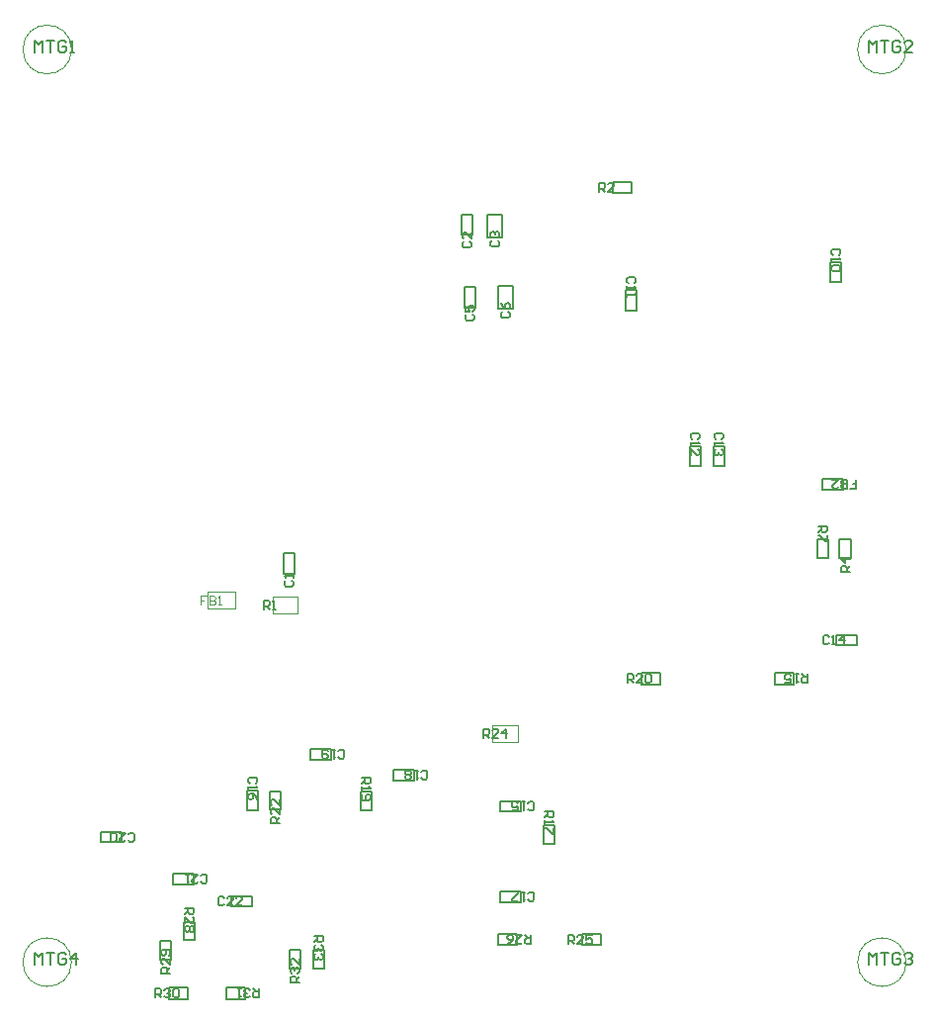
<source format=gbr>
%TF.GenerationSoftware,Altium Limited,Altium Designer,20.0.11 (256)*%
G04 Layer_Color=32768*
%FSLAX26Y26*%
%MOIN*%
%TF.FileFunction,Other,Mechanical_7*%
%TF.Part,Single*%
G01*
G75*
%TA.AperFunction,NonConductor*%
%ADD90C,0.008000*%
%ADD108C,0.005000*%
%ADD115C,0.004000*%
D90*
X151000Y196000D02*
Y235987D01*
X164329Y222658D01*
X177658Y235987D01*
Y196000D01*
X190987Y235987D02*
X217645D01*
X204316D01*
Y196000D01*
X257632Y229323D02*
X250968Y235987D01*
X237639D01*
X230974Y229323D01*
Y202665D01*
X237639Y196000D01*
X250968D01*
X257632Y202665D01*
Y215994D01*
X244303D01*
X290955Y196000D02*
Y235987D01*
X270961Y215994D01*
X297619D01*
X151000Y3271000D02*
Y3310987D01*
X164329Y3297658D01*
X177658Y3310987D01*
Y3271000D01*
X190987Y3310987D02*
X217645D01*
X204316D01*
Y3271000D01*
X257632Y3304323D02*
X250968Y3310987D01*
X237639D01*
X230974Y3304323D01*
Y3277664D01*
X237639Y3271000D01*
X250968D01*
X257632Y3277664D01*
Y3290994D01*
X244303D01*
X270961Y3271000D02*
X284290D01*
X277626D01*
Y3310987D01*
X270961Y3304323D01*
X2966000Y3271000D02*
Y3310987D01*
X2979329Y3297658D01*
X2992658Y3310987D01*
Y3271000D01*
X3005987Y3310987D02*
X3032645D01*
X3019316D01*
Y3271000D01*
X3072632Y3304323D02*
X3065968Y3310987D01*
X3052639D01*
X3045974Y3304323D01*
Y3277664D01*
X3052639Y3271000D01*
X3065968D01*
X3072632Y3277664D01*
Y3290994D01*
X3059303D01*
X3112619Y3271000D02*
X3085961D01*
X3112619Y3297658D01*
Y3304323D01*
X3105955Y3310987D01*
X3092626D01*
X3085961Y3304323D01*
X2966000Y196000D02*
Y235987D01*
X2979329Y222658D01*
X2992658Y235987D01*
Y196000D01*
X3005987Y235987D02*
X3032645D01*
X3019316D01*
Y196000D01*
X3072632Y229323D02*
X3065968Y235987D01*
X3052639D01*
X3045974Y229323D01*
Y202665D01*
X3052639Y196000D01*
X3065968D01*
X3072632Y202665D01*
Y215994D01*
X3059303D01*
X3085961Y229323D02*
X3092626Y235987D01*
X3105955D01*
X3112619Y229323D01*
Y222658D01*
X3105955Y215994D01*
X3099290D01*
X3105955D01*
X3112619Y209329D01*
Y202665D01*
X3105955Y196000D01*
X3092626D01*
X3085961Y202665D01*
D108*
X1714213Y2405630D02*
Y2484370D01*
X1765787D01*
Y2405630D02*
Y2484370D01*
X1714213Y2405630D02*
X1765787D01*
X1091299Y183500D02*
X1128701D01*
X1091299D02*
Y246500D01*
X1128701D01*
Y183500D02*
Y246500D01*
X375500Y608500D02*
X444500D01*
X375500D02*
Y644500D01*
X444500D01*
Y608500D02*
Y644500D01*
X2810500Y1796000D02*
X2879500D01*
X2810500D02*
Y1834000D01*
X2879500D01*
Y1796000D02*
Y1834000D01*
X992000Y1514516D02*
Y1583516D01*
Y1514516D02*
X1028000D01*
Y1583516D01*
X992000D02*
X1028000D01*
X1592000Y2655500D02*
Y2724500D01*
Y2655500D02*
X1628000D01*
Y2724500D01*
X1592000D02*
X1628000D01*
X1723965Y712000D02*
X1792965D01*
X1723965D02*
Y748000D01*
X1792965D01*
Y712000D02*
Y748000D01*
X1723965Y407000D02*
X1792965D01*
X1723965D02*
Y443000D01*
X1792965D01*
Y407000D02*
Y443000D01*
X870465Y715500D02*
Y784500D01*
X906465D01*
X870465Y715500D02*
X906465D01*
Y784500D01*
X1363965Y817000D02*
X1432965D01*
X1363965D02*
Y853000D01*
X1432965D01*
Y817000D02*
Y853000D01*
X1083965Y887000D02*
X1152965D01*
X1083965D02*
Y923000D01*
X1152965D01*
Y887000D02*
Y923000D01*
X1869764Y603500D02*
X1907165D01*
X1869764D02*
Y666500D01*
X1907165D01*
Y603500D02*
Y666500D01*
X944764Y718500D02*
Y781500D01*
X982165D01*
X944764Y718500D02*
X982165D01*
Y781500D01*
X2362000Y1875500D02*
Y1944500D01*
X2398000D01*
X2362000Y1875500D02*
X2398000D01*
Y1944500D01*
X2442000Y1875500D02*
Y1944500D01*
X2478000D01*
X2442000Y1875500D02*
X2478000D01*
Y1944500D01*
X1679213Y2645630D02*
Y2724370D01*
X1730787D01*
Y2645630D02*
Y2724370D01*
X1679213Y2645630D02*
X1730787D01*
X2867157Y1565350D02*
Y1628350D01*
X2904559D01*
X2867157Y1565350D02*
X2904559D01*
Y1628350D01*
X2791799Y1565350D02*
X2829201D01*
X2791799D02*
Y1628350D01*
X2829201D01*
Y1565350D02*
Y1628350D01*
X2855500Y1272000D02*
Y1308000D01*
Y1272000D02*
X2924500D01*
X2855500Y1308000D02*
X2924500D01*
Y1272000D02*
Y1308000D01*
X1602000Y2410500D02*
Y2479500D01*
Y2410500D02*
X1638000D01*
Y2479500D01*
X1602000D02*
X1638000D01*
X1998500Y262598D02*
Y300000D01*
Y262598D02*
X2061500D01*
X1998500Y300000D02*
X2061500D01*
Y262598D02*
Y300000D01*
X2648500Y1141299D02*
Y1178701D01*
Y1141299D02*
X2711500D01*
X2648500Y1178701D02*
X2711500D01*
Y1141299D02*
Y1178701D01*
X2147000Y2400500D02*
Y2469500D01*
X2183000D01*
X2147000Y2400500D02*
X2183000D01*
Y2469500D01*
X1251575Y715508D02*
X1288976D01*
X1251575D02*
Y778508D01*
X1288976D01*
Y715508D02*
Y778508D01*
X2198500Y1141299D02*
Y1178701D01*
Y1141299D02*
X2261500D01*
X2198500Y1178701D02*
X2261500D01*
Y1141299D02*
Y1178701D01*
X1716965Y262598D02*
Y300000D01*
Y262598D02*
X1779965D01*
X1716965Y300000D02*
X1779965D01*
Y262598D02*
Y300000D01*
X620500Y467000D02*
X689500D01*
X620500D02*
Y503000D01*
X689500D01*
Y467000D02*
Y503000D01*
X815500Y392000D02*
Y428000D01*
Y392000D02*
X884500D01*
X815500Y428000D02*
X884500D01*
Y392000D02*
Y428000D01*
X2837000Y2495500D02*
Y2564500D01*
X2873000D01*
X2837000Y2495500D02*
X2873000D01*
Y2564500D01*
X2103282Y2796299D02*
Y2833701D01*
Y2796299D02*
X2166282D01*
X2103282Y2833701D02*
X2166282D01*
Y2796299D02*
Y2833701D01*
X656299Y278500D02*
X693701D01*
X656299D02*
Y341500D01*
X693701D01*
Y278500D02*
Y341500D01*
X576299Y213500D02*
Y276500D01*
X613701D01*
X576299Y213500D02*
X613701D01*
Y276500D01*
X606965Y81299D02*
Y118701D01*
Y81299D02*
X669965D01*
X606965Y118701D02*
X669965D01*
Y81299D02*
Y118701D01*
X798815Y81299D02*
Y118701D01*
Y81299D02*
X861815D01*
X798815Y118701D02*
X861815D01*
Y81299D02*
Y118701D01*
X1011299Y183500D02*
Y246500D01*
X1048701D01*
X1011299Y183500D02*
X1048701D01*
Y246500D01*
X1666465Y960000D02*
Y989990D01*
X1681460D01*
X1686458Y984992D01*
Y974995D01*
X1681460Y969997D01*
X1666465D01*
X1676461D02*
X1686458Y960000D01*
X1716448D02*
X1696455D01*
X1716448Y979994D01*
Y984992D01*
X1711450Y989990D01*
X1701453D01*
X1696455Y984992D01*
X1741440Y960000D02*
Y989990D01*
X1726445Y974995D01*
X1746439D01*
X1730008Y2395994D02*
X1725010Y2390995D01*
Y2380998D01*
X1730008Y2376000D01*
X1750002D01*
X1755000Y2380998D01*
Y2390995D01*
X1750002Y2395994D01*
X1725010Y2425984D02*
X1730008Y2415987D01*
X1740005Y2405990D01*
X1750002D01*
X1755000Y2410989D01*
Y2420985D01*
X1750002Y2425984D01*
X1745003D01*
X1740005Y2420985D01*
Y2405990D01*
X1095000Y293000D02*
X1124990D01*
Y278005D01*
X1119992Y273007D01*
X1109995D01*
X1104997Y278005D01*
Y293000D01*
Y283003D02*
X1095000Y273007D01*
X1119992Y263010D02*
X1124990Y258011D01*
Y248014D01*
X1119992Y243016D01*
X1114994D01*
X1109995Y248014D01*
Y253013D01*
Y248014D01*
X1104997Y243016D01*
X1099998D01*
X1095000Y248014D01*
Y258011D01*
X1099998Y263010D01*
X1119992Y233019D02*
X1124990Y228021D01*
Y218024D01*
X1119992Y213026D01*
X1114994D01*
X1109995Y218024D01*
Y223023D01*
Y218024D01*
X1104997Y213026D01*
X1099998D01*
X1095000Y218024D01*
Y228021D01*
X1099998Y233019D01*
X468007Y616508D02*
X473005Y611510D01*
X483002D01*
X488000Y616508D01*
Y636502D01*
X483002Y641500D01*
X473005D01*
X468007Y636502D01*
X438016Y641500D02*
X458010D01*
X438016Y621506D01*
Y616508D01*
X443014Y611510D01*
X453011D01*
X458010Y616508D01*
X428019D02*
X423021Y611510D01*
X413024D01*
X408026Y616508D01*
Y636502D01*
X413024Y641500D01*
X423021D01*
X428019Y636502D01*
Y616508D01*
X2903006Y1800010D02*
X2923000D01*
Y1815005D01*
X2913003D01*
X2923000D01*
Y1830000D01*
X2893010Y1800010D02*
Y1830000D01*
X2878015D01*
X2873016Y1825002D01*
Y1820003D01*
X2878015Y1815005D01*
X2893010D01*
X2878015D01*
X2873016Y1810006D01*
Y1805008D01*
X2878015Y1800010D01*
X2893010D01*
X2843026Y1830000D02*
X2863019D01*
X2843026Y1810006D01*
Y1805008D01*
X2848024Y1800010D01*
X2858021D01*
X2863019Y1805008D01*
X1000008Y1491009D02*
X995010Y1486011D01*
Y1476014D01*
X1000008Y1471016D01*
X1020002D01*
X1025000Y1476014D01*
Y1486011D01*
X1020002Y1491009D01*
X1025000Y1501006D02*
Y1511003D01*
Y1506004D01*
X995010D01*
X1000008Y1501006D01*
X1600008Y2631994D02*
X1595010Y2626995D01*
Y2616998D01*
X1600008Y2612000D01*
X1620002D01*
X1625000Y2616998D01*
Y2626995D01*
X1620002Y2631994D01*
X1625000Y2661984D02*
Y2641990D01*
X1605006Y2661984D01*
X1600008D01*
X1595010Y2656985D01*
Y2646989D01*
X1600008Y2641990D01*
X1816471Y720008D02*
X1821469Y715010D01*
X1831466D01*
X1836465Y720008D01*
Y740002D01*
X1831466Y745000D01*
X1821469D01*
X1816471Y740002D01*
X1806474Y745000D02*
X1796477D01*
X1801476D01*
Y715010D01*
X1806474Y720008D01*
X1761489Y715010D02*
X1781482D01*
Y730005D01*
X1771486Y725006D01*
X1766487D01*
X1761489Y730005D01*
Y740002D01*
X1766487Y745000D01*
X1776484D01*
X1781482Y740002D01*
X1816471Y415008D02*
X1821469Y410010D01*
X1831466D01*
X1836465Y415008D01*
Y435002D01*
X1831466Y440000D01*
X1821469D01*
X1816471Y435002D01*
X1806474Y440000D02*
X1796477D01*
X1801476D01*
Y410010D01*
X1806474Y415008D01*
X1781482Y410010D02*
X1761489D01*
Y415008D01*
X1781482Y435002D01*
Y440000D01*
X898457Y808006D02*
X903455Y813005D01*
Y823002D01*
X898457Y828000D01*
X878463D01*
X873465Y823002D01*
Y813005D01*
X878463Y808006D01*
X873465Y798010D02*
Y788013D01*
Y793011D01*
X903455D01*
X898457Y798010D01*
X903455Y753024D02*
X898457Y763021D01*
X888460Y773018D01*
X878463D01*
X873465Y768019D01*
Y758023D01*
X878463Y753024D01*
X883461D01*
X888460Y758023D01*
Y773018D01*
X1456471Y825008D02*
X1461469Y820010D01*
X1471466D01*
X1476465Y825008D01*
Y845002D01*
X1471466Y850000D01*
X1461469D01*
X1456471Y845002D01*
X1446474Y850000D02*
X1436477D01*
X1441476D01*
Y820010D01*
X1446474Y825008D01*
X1421482D02*
X1416484Y820010D01*
X1406487D01*
X1401489Y825008D01*
Y830006D01*
X1406487Y835005D01*
X1401489Y840003D01*
Y845002D01*
X1406487Y850000D01*
X1416484D01*
X1421482Y845002D01*
Y840003D01*
X1416484Y835005D01*
X1421482Y830006D01*
Y825008D01*
X1416484Y835005D02*
X1406487D01*
X1176471Y895008D02*
X1181469Y890010D01*
X1191466D01*
X1196465Y895008D01*
Y915002D01*
X1191466Y920000D01*
X1181469D01*
X1176471Y915002D01*
X1166474Y920000D02*
X1156477D01*
X1161476D01*
Y890010D01*
X1166474Y895008D01*
X1141482Y915002D02*
X1136484Y920000D01*
X1126487D01*
X1121489Y915002D01*
Y895008D01*
X1126487Y890010D01*
X1136484D01*
X1141482Y895008D01*
Y900006D01*
X1136484Y905005D01*
X1121489D01*
X925402Y1393622D02*
Y1423612D01*
X940397D01*
X945395Y1418614D01*
Y1408617D01*
X940397Y1403619D01*
X925402D01*
X935398D02*
X945395Y1393622D01*
X955392D02*
X965389D01*
X960390D01*
Y1423612D01*
X955392Y1418614D01*
X1873465Y713000D02*
X1903455D01*
Y698005D01*
X1898457Y693006D01*
X1888460D01*
X1883461Y698005D01*
Y713000D01*
Y703003D02*
X1873465Y693006D01*
Y683010D02*
Y673013D01*
Y678011D01*
X1903455D01*
X1898457Y683010D01*
X1903455Y658018D02*
Y638024D01*
X1898457D01*
X1878463Y658018D01*
X1873465D01*
X978465Y672000D02*
X948474D01*
Y686995D01*
X953473Y691994D01*
X963469D01*
X968468Y686995D01*
Y672000D01*
Y681997D02*
X978465Y691994D01*
Y721984D02*
Y701990D01*
X958471Y721984D01*
X953473D01*
X948474Y716986D01*
Y706989D01*
X953473Y701990D01*
X978465Y751974D02*
Y731981D01*
X958471Y751974D01*
X953473D01*
X948474Y746976D01*
Y736979D01*
X953473Y731981D01*
X2389992Y1968006D02*
X2394990Y1973005D01*
Y1983002D01*
X2389992Y1988000D01*
X2369998D01*
X2365000Y1983002D01*
Y1973005D01*
X2369998Y1968006D01*
X2365000Y1958010D02*
Y1948013D01*
Y1953011D01*
X2394990D01*
X2389992Y1958010D01*
X2365000Y1913024D02*
Y1933018D01*
X2384994Y1913024D01*
X2389992D01*
X2394990Y1918023D01*
Y1928019D01*
X2389992Y1933018D01*
X2469992Y1968006D02*
X2474990Y1973005D01*
Y1983002D01*
X2469992Y1988000D01*
X2449998D01*
X2445000Y1983002D01*
Y1973005D01*
X2449998Y1968006D01*
X2445000Y1958010D02*
Y1948013D01*
Y1953011D01*
X2474990D01*
X2469992Y1958010D01*
Y1933018D02*
X2474990Y1928019D01*
Y1918023D01*
X2469992Y1913024D01*
X2464994D01*
X2459995Y1918023D01*
Y1923021D01*
Y1918023D01*
X2454997Y1913024D01*
X2449998D01*
X2445000Y1918023D01*
Y1928019D01*
X2449998Y1933018D01*
X1695008Y2635994D02*
X1690010Y2630995D01*
Y2620998D01*
X1695008Y2616000D01*
X1715002D01*
X1720000Y2620998D01*
Y2630995D01*
X1715002Y2635994D01*
X1695008Y2645990D02*
X1690010Y2650989D01*
Y2660985D01*
X1695008Y2665984D01*
X1700006D01*
X1705005Y2660985D01*
Y2655987D01*
Y2660985D01*
X1710003Y2665984D01*
X1715002D01*
X1720000Y2660985D01*
Y2650989D01*
X1715002Y2645990D01*
X2900858Y1518850D02*
X2870868D01*
Y1533845D01*
X2875866Y1538844D01*
X2885863D01*
X2890861Y1533845D01*
Y1518850D01*
Y1528847D02*
X2900858Y1538844D01*
Y1563836D02*
X2870868D01*
X2885863Y1548841D01*
Y1568834D01*
X2795500Y1674850D02*
X2825490D01*
Y1659855D01*
X2820492Y1654857D01*
X2810495D01*
X2805497Y1659855D01*
Y1674850D01*
Y1664853D02*
X2795500Y1654857D01*
X2825490Y1644860D02*
Y1624867D01*
X2820492D01*
X2800498Y1644860D01*
X2795500D01*
X2831994Y1299992D02*
X2826995Y1304990D01*
X2816998D01*
X2812000Y1299992D01*
Y1279998D01*
X2816998Y1275000D01*
X2826995D01*
X2831994Y1279998D01*
X2841990Y1275000D02*
X2851987D01*
X2846989D01*
Y1304990D01*
X2841990Y1299992D01*
X2881977Y1275000D02*
Y1304990D01*
X2866982Y1289995D01*
X2886976D01*
X1610008Y2386994D02*
X1605010Y2381995D01*
Y2371998D01*
X1610008Y2367000D01*
X1630002D01*
X1635000Y2371998D01*
Y2381995D01*
X1630002Y2386994D01*
X1605010Y2416984D02*
Y2396990D01*
X1620005D01*
X1615006Y2406987D01*
Y2411985D01*
X1620005Y2416984D01*
X1630002D01*
X1635000Y2411985D01*
Y2401989D01*
X1630002Y2396990D01*
X1952000Y266299D02*
Y296289D01*
X1966995D01*
X1971994Y291291D01*
Y281294D01*
X1966995Y276296D01*
X1952000D01*
X1961997D02*
X1971994Y266299D01*
X2001984D02*
X1981990D01*
X2001984Y286293D01*
Y291291D01*
X1996986Y296289D01*
X1986989D01*
X1981990Y291291D01*
X2031974Y296289D02*
X2011981D01*
Y281294D01*
X2021977Y286293D01*
X2026976D01*
X2031974Y281294D01*
Y271298D01*
X2026976Y266299D01*
X2016979D01*
X2011981Y271298D01*
X2758000Y1175000D02*
Y1145010D01*
X2743005D01*
X2738006Y1150008D01*
Y1160005D01*
X2743005Y1165003D01*
X2758000D01*
X2748003D02*
X2738006Y1175000D01*
X2728010D02*
X2718013D01*
X2723011D01*
Y1145010D01*
X2728010Y1150008D01*
X2683024Y1145010D02*
X2703018D01*
Y1160005D01*
X2693021Y1155006D01*
X2688023D01*
X2683024Y1160005D01*
Y1170002D01*
X2688023Y1175000D01*
X2698019D01*
X2703018Y1170002D01*
X2174992Y2493006D02*
X2179990Y2498005D01*
Y2508002D01*
X2174992Y2513000D01*
X2154998D01*
X2150000Y2508002D01*
Y2498005D01*
X2154998Y2493006D01*
X2150000Y2483010D02*
Y2473013D01*
Y2478011D01*
X2179990D01*
X2174992Y2483010D01*
X2150000Y2458018D02*
Y2448021D01*
Y2453019D01*
X2179990D01*
X2174992Y2458018D01*
X1255276Y825008D02*
X1285266D01*
Y810013D01*
X1280268Y805014D01*
X1270271D01*
X1265273Y810013D01*
Y825008D01*
Y815011D02*
X1255276Y805014D01*
Y795018D02*
Y785021D01*
Y790019D01*
X1285266D01*
X1280268Y795018D01*
X1260274Y770026D02*
X1255276Y765027D01*
Y755030D01*
X1260274Y750032D01*
X1280268D01*
X1285266Y755030D01*
Y765027D01*
X1280268Y770026D01*
X1275269D01*
X1270271Y765027D01*
Y750032D01*
X2152000Y1145000D02*
Y1174990D01*
X2166995D01*
X2171994Y1169992D01*
Y1159995D01*
X2166995Y1154997D01*
X2152000D01*
X2161997D02*
X2171994Y1145000D01*
X2201984D02*
X2181990D01*
X2201984Y1164994D01*
Y1169992D01*
X2196985Y1174990D01*
X2186989D01*
X2181990Y1169992D01*
X2211981D02*
X2216979Y1174990D01*
X2226976D01*
X2231974Y1169992D01*
Y1149998D01*
X2226976Y1145000D01*
X2216979D01*
X2211981Y1149998D01*
Y1169992D01*
X1826465Y296299D02*
Y266309D01*
X1811469D01*
X1806471Y271307D01*
Y281304D01*
X1811469Y286302D01*
X1826465D01*
X1816468D02*
X1806471Y296299D01*
X1776481D02*
X1796474D01*
X1776481Y276306D01*
Y271307D01*
X1781479Y266309D01*
X1791476D01*
X1796474Y271307D01*
X1746491Y266309D02*
X1756487Y271307D01*
X1766484Y281304D01*
Y291301D01*
X1761486Y296299D01*
X1751489D01*
X1746491Y291301D01*
Y286302D01*
X1751489Y281304D01*
X1766484D01*
X713006Y475008D02*
X718005Y470010D01*
X728002D01*
X733000Y475008D01*
Y495002D01*
X728002Y500000D01*
X718005D01*
X713006Y495002D01*
X683016Y500000D02*
X703010D01*
X683016Y480007D01*
Y475008D01*
X688014Y470010D01*
X698011D01*
X703010Y475008D01*
X673019Y500000D02*
X663023D01*
X668021D01*
Y470010D01*
X673019Y475008D01*
X791994Y419992D02*
X786995Y424990D01*
X776998D01*
X772000Y419992D01*
Y399998D01*
X776998Y395000D01*
X786995D01*
X791994Y399998D01*
X821984Y395000D02*
X801990D01*
X821984Y414993D01*
Y419992D01*
X816986Y424990D01*
X806989D01*
X801990Y419992D01*
X851974Y395000D02*
X831981D01*
X851974Y414993D01*
Y419992D01*
X846976Y424990D01*
X836979D01*
X831981Y419992D01*
X2864992Y2588006D02*
X2869990Y2593005D01*
Y2603002D01*
X2864992Y2608000D01*
X2844998D01*
X2840000Y2603002D01*
Y2593005D01*
X2844998Y2588006D01*
X2840000Y2578010D02*
Y2568013D01*
Y2573011D01*
X2869990D01*
X2864992Y2578010D01*
Y2553018D02*
X2869990Y2548019D01*
Y2538023D01*
X2864992Y2533024D01*
X2844998D01*
X2840000Y2538023D01*
Y2548019D01*
X2844998Y2553018D01*
X2864992D01*
X2056782Y2800000D02*
Y2829990D01*
X2071777D01*
X2076775Y2824992D01*
Y2814995D01*
X2071777Y2809997D01*
X2056782D01*
X2066778D02*
X2076775Y2800000D01*
X2106765D02*
X2086772D01*
X2106765Y2819994D01*
Y2824992D01*
X2101767Y2829990D01*
X2091770D01*
X2086772Y2824992D01*
X660000Y388000D02*
X689990D01*
Y373005D01*
X684992Y368007D01*
X674995D01*
X669997Y373005D01*
Y388000D01*
Y378003D02*
X660000Y368007D01*
Y338016D02*
Y358010D01*
X679994Y338016D01*
X684992D01*
X689990Y343014D01*
Y353011D01*
X684992Y358010D01*
Y328019D02*
X689990Y323021D01*
Y313024D01*
X684992Y308026D01*
X679994D01*
X674995Y313024D01*
X669997Y308026D01*
X664998D01*
X660000Y313024D01*
Y323021D01*
X664998Y328019D01*
X669997D01*
X674995Y323021D01*
X679994Y328019D01*
X684992D01*
X674995Y323021D02*
Y313024D01*
X610000Y167000D02*
X580010D01*
Y181995D01*
X585008Y186994D01*
X595005D01*
X600003Y181995D01*
Y167000D01*
Y176997D02*
X610000Y186994D01*
Y216984D02*
Y196990D01*
X590006Y216984D01*
X585008D01*
X580010Y211986D01*
Y201989D01*
X585008Y196990D01*
X605002Y226981D02*
X610000Y231979D01*
Y241976D01*
X605002Y246974D01*
X585008D01*
X580010Y241976D01*
Y231979D01*
X585008Y226981D01*
X590006D01*
X595005Y231979D01*
Y246974D01*
X560465Y85000D02*
Y114990D01*
X575460D01*
X580458Y109992D01*
Y99995D01*
X575460Y94997D01*
X560465D01*
X570461D02*
X580458Y85000D01*
X590455Y109992D02*
X595453Y114990D01*
X605450D01*
X610448Y109992D01*
Y104993D01*
X605450Y99995D01*
X600452D01*
X605450D01*
X610448Y94997D01*
Y89998D01*
X605450Y85000D01*
X595453D01*
X590455Y89998D01*
X620445Y109992D02*
X625443Y114990D01*
X635440D01*
X640439Y109992D01*
Y89998D01*
X635440Y85000D01*
X625443D01*
X620445Y89998D01*
Y109992D01*
X908315Y115000D02*
Y85010D01*
X893320D01*
X888321Y90008D01*
Y100005D01*
X893320Y105003D01*
X908315D01*
X898318D02*
X888321Y115000D01*
X878325Y90008D02*
X873326Y85010D01*
X863329D01*
X858331Y90008D01*
Y95007D01*
X863329Y100005D01*
X868328D01*
X863329D01*
X858331Y105003D01*
Y110002D01*
X863329Y115000D01*
X873326D01*
X878325Y110002D01*
X848334Y115000D02*
X838337D01*
X843336D01*
Y85010D01*
X848334Y90008D01*
X1045000Y137000D02*
X1015010D01*
Y151995D01*
X1020008Y156994D01*
X1030005D01*
X1035003Y151995D01*
Y137000D01*
Y146997D02*
X1045000Y156994D01*
X1020008Y166990D02*
X1015010Y171989D01*
Y181986D01*
X1020008Y186984D01*
X1025006D01*
X1030005Y181986D01*
Y176987D01*
Y181986D01*
X1035003Y186984D01*
X1040002D01*
X1045000Y181986D01*
Y171989D01*
X1040002Y166990D01*
X1045000Y216974D02*
Y196981D01*
X1025006Y216974D01*
X1020008D01*
X1015010Y211976D01*
Y201979D01*
X1020008Y196981D01*
D115*
X277000Y205000D02*
G03*
X277000Y205000I-82000J0D01*
G01*
Y3280000D02*
G03*
X277000Y3280000I-82000J0D01*
G01*
X3092000D02*
G03*
X3092000Y3280000I-82000J0D01*
G01*
Y205000D02*
G03*
X3092000Y205000I-82000J0D01*
G01*
X1695465Y947500D02*
Y1002500D01*
X1781465D01*
X1695465Y947500D02*
X1781465D01*
Y1002500D01*
X737126Y1397205D02*
X827677D01*
X737126Y1454292D02*
X827677D01*
X737126Y1397205D02*
Y1454292D01*
X827677Y1397205D02*
Y1454292D01*
X954402Y1381122D02*
Y1436122D01*
X1040401D01*
X954402Y1381122D02*
X1040401D01*
Y1436122D01*
X732395Y1439738D02*
X712402D01*
Y1424743D01*
X722398D01*
X712402D01*
Y1409748D01*
X742392Y1439738D02*
Y1409748D01*
X757387D01*
X762385Y1414747D01*
Y1419745D01*
X757387Y1424743D01*
X742392D01*
X757387D01*
X762385Y1429742D01*
Y1434740D01*
X757387Y1439738D01*
X742392D01*
X772382Y1409748D02*
X782379D01*
X777380D01*
Y1439738D01*
X772382Y1434740D01*
%TF.MD5,ade04dd954df7e3bf8c343703afbf29e*%
M02*

</source>
